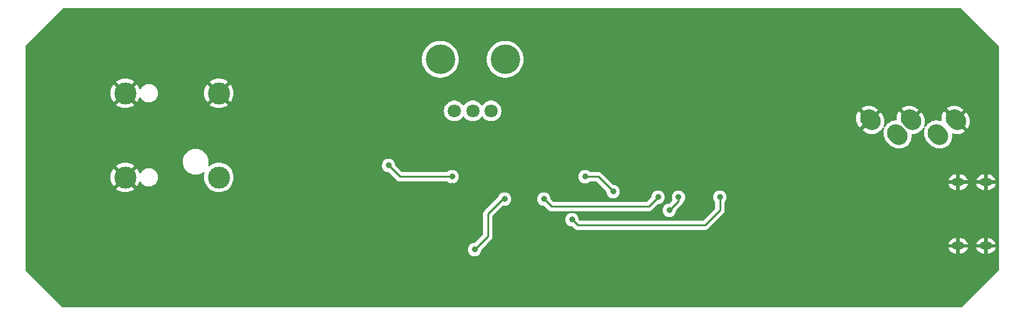
<source format=gbl>
G04 #@! TF.GenerationSoftware,KiCad,Pcbnew,8.0.2*
G04 #@! TF.CreationDate,2024-08-20T22:37:26-04:00*
G04 #@! TF.ProjectId,plugnslay,706c7567-6e73-46c6-9179-2e6b69636164,rev?*
G04 #@! TF.SameCoordinates,Original*
G04 #@! TF.FileFunction,Copper,L2,Bot*
G04 #@! TF.FilePolarity,Positive*
%FSLAX46Y46*%
G04 Gerber Fmt 4.6, Leading zero omitted, Abs format (unit mm)*
G04 Created by KiCad (PCBNEW 8.0.2) date 2024-08-20 22:37:26*
%MOMM*%
%LPD*%
G01*
G04 APERTURE LIST*
G04 Aperture macros list*
%AMHorizOval*
0 Thick line with rounded ends*
0 $1 width*
0 $2 $3 position (X,Y) of the first rounded end (center of the circle)*
0 $4 $5 position (X,Y) of the second rounded end (center of the circle)*
0 Add line between two ends*
20,1,$1,$2,$3,$4,$5,0*
0 Add two circle primitives to create the rounded ends*
1,1,$1,$2,$3*
1,1,$1,$4,$5*%
G04 Aperture macros list end*
G04 #@! TA.AperFunction,ComponentPad*
%ADD10O,1.700000X1.100000*%
G04 #@! TD*
G04 #@! TA.AperFunction,ComponentPad*
%ADD11C,3.000000*%
G04 #@! TD*
G04 #@! TA.AperFunction,ComponentPad*
%ADD12HorizOval,2.400000X0.212132X-0.212132X-0.212132X0.212132X0*%
G04 #@! TD*
G04 #@! TA.AperFunction,WasherPad*
%ADD13C,4.000000*%
G04 #@! TD*
G04 #@! TA.AperFunction,ComponentPad*
%ADD14C,1.800000*%
G04 #@! TD*
G04 #@! TA.AperFunction,ViaPad*
%ADD15C,0.800000*%
G04 #@! TD*
G04 #@! TA.AperFunction,Conductor*
%ADD16C,0.250000*%
G04 #@! TD*
G04 APERTURE END LIST*
D10*
X200200000Y-116080000D03*
X204000000Y-116080000D03*
X200200000Y-107440000D03*
X204000000Y-107440000D03*
D11*
X87224000Y-106778000D03*
X87224000Y-95348000D03*
X99924000Y-106778000D03*
X99924000Y-95348000D03*
D12*
X191998000Y-100960000D03*
X193798000Y-98960000D03*
X199898000Y-98960000D03*
X197498000Y-100960000D03*
X188298000Y-98960000D03*
D13*
X129966000Y-90744000D03*
X138766000Y-90744000D03*
D14*
X136866000Y-97744000D03*
X134366000Y-97744000D03*
X131866000Y-97744000D03*
D15*
X134620000Y-113792000D03*
X129794000Y-101092000D03*
X167626153Y-102820847D03*
X122936000Y-111252000D03*
X184150000Y-114554000D03*
X134620000Y-110744000D03*
X147828000Y-109474000D03*
X196596000Y-116332000D03*
X112014000Y-100838000D03*
X142240000Y-112522000D03*
X118872000Y-111252000D03*
X131572000Y-107950000D03*
X134620000Y-122174000D03*
X160020000Y-119380000D03*
X134620000Y-119380000D03*
X184150000Y-117856000D03*
X164084000Y-112014000D03*
X170434000Y-102844000D03*
X164338000Y-120904000D03*
X122936000Y-114046000D03*
X131572000Y-106680000D03*
X122936000Y-105156000D03*
X138684000Y-109728000D03*
X134620000Y-116586000D03*
X153416000Y-108712000D03*
X149606000Y-106680000D03*
X162280000Y-109474000D03*
X161036000Y-111252000D03*
X159512000Y-109474000D03*
X144018000Y-109728000D03*
X147828000Y-112522000D03*
X167894000Y-109474000D03*
D16*
X124460000Y-106680000D02*
X122936000Y-105156000D01*
X131572000Y-106680000D02*
X124460000Y-106680000D01*
X136398000Y-111760000D02*
X136398000Y-114808000D01*
X136398000Y-114808000D02*
X134620000Y-116586000D01*
X138684000Y-109728000D02*
X138430000Y-109728000D01*
X138430000Y-109728000D02*
X136398000Y-111760000D01*
X151384000Y-106680000D02*
X153416000Y-108712000D01*
X149606000Y-106680000D02*
X151384000Y-106680000D01*
X162280000Y-110008000D02*
X162280000Y-109474000D01*
X161036000Y-111252000D02*
X162280000Y-110008000D01*
X145034000Y-110744000D02*
X144018000Y-109728000D01*
X159512000Y-109474000D02*
X158242000Y-110744000D01*
X158242000Y-110744000D02*
X145034000Y-110744000D01*
X167894000Y-109474000D02*
X167894000Y-111252000D01*
X148590000Y-113284000D02*
X147828000Y-112522000D01*
X165862000Y-113284000D02*
X148590000Y-113284000D01*
X167894000Y-111252000D02*
X165862000Y-113284000D01*
G04 #@! TA.AperFunction,Conductor*
G36*
X200675677Y-83839685D02*
G01*
X200696319Y-83856319D01*
X205703681Y-88863681D01*
X205737166Y-88925004D01*
X205740000Y-88951362D01*
X205740000Y-119328638D01*
X205720315Y-119395677D01*
X205703681Y-119416319D01*
X200696319Y-124423681D01*
X200634996Y-124457166D01*
X200608638Y-124460000D01*
X78791362Y-124460000D01*
X78724323Y-124440315D01*
X78703681Y-124423681D01*
X73696319Y-119416319D01*
X73662834Y-119354996D01*
X73660000Y-119328638D01*
X73660000Y-116586000D01*
X133714540Y-116586000D01*
X133734326Y-116774256D01*
X133734327Y-116774259D01*
X133792818Y-116954277D01*
X133792821Y-116954284D01*
X133887467Y-117118216D01*
X134014129Y-117258888D01*
X134167265Y-117370148D01*
X134167270Y-117370151D01*
X134340192Y-117447142D01*
X134340197Y-117447144D01*
X134525354Y-117486500D01*
X134525355Y-117486500D01*
X134714644Y-117486500D01*
X134714646Y-117486500D01*
X134899803Y-117447144D01*
X135072730Y-117370151D01*
X135225871Y-117258888D01*
X135352533Y-117118216D01*
X135447179Y-116954284D01*
X135505674Y-116774256D01*
X135523321Y-116606344D01*
X135549904Y-116541734D01*
X135558951Y-116531638D01*
X136260590Y-115830000D01*
X198879157Y-115830000D01*
X199733012Y-115830000D01*
X199715795Y-115839940D01*
X199659940Y-115895795D01*
X199620444Y-115964204D01*
X199600000Y-116040504D01*
X199600000Y-116119496D01*
X199620444Y-116195796D01*
X199659940Y-116264205D01*
X199715795Y-116320060D01*
X199733012Y-116330000D01*
X198879157Y-116330000D01*
X198890350Y-116386274D01*
X198890351Y-116386276D01*
X198969500Y-116577358D01*
X198969505Y-116577368D01*
X199084410Y-116749335D01*
X199084413Y-116749339D01*
X199230660Y-116895586D01*
X199230664Y-116895589D01*
X199402631Y-117010494D01*
X199402641Y-117010499D01*
X199593725Y-117089649D01*
X199593733Y-117089651D01*
X199796579Y-117129999D01*
X199796583Y-117130000D01*
X199950000Y-117130000D01*
X199950000Y-116380000D01*
X200450000Y-116380000D01*
X200450000Y-117130000D01*
X200603417Y-117130000D01*
X200603420Y-117129999D01*
X200806266Y-117089651D01*
X200806274Y-117089649D01*
X200997358Y-117010499D01*
X200997368Y-117010494D01*
X201169335Y-116895589D01*
X201169339Y-116895586D01*
X201315586Y-116749339D01*
X201315589Y-116749335D01*
X201430494Y-116577368D01*
X201430499Y-116577358D01*
X201509648Y-116386276D01*
X201509649Y-116386274D01*
X201520843Y-116330000D01*
X200666988Y-116330000D01*
X200684205Y-116320060D01*
X200740060Y-116264205D01*
X200779556Y-116195796D01*
X200800000Y-116119496D01*
X200800000Y-116040504D01*
X200779556Y-115964204D01*
X200740060Y-115895795D01*
X200684205Y-115839940D01*
X200666988Y-115830000D01*
X201520843Y-115830000D01*
X202679157Y-115830000D01*
X203533012Y-115830000D01*
X203515795Y-115839940D01*
X203459940Y-115895795D01*
X203420444Y-115964204D01*
X203400000Y-116040504D01*
X203400000Y-116119496D01*
X203420444Y-116195796D01*
X203459940Y-116264205D01*
X203515795Y-116320060D01*
X203533012Y-116330000D01*
X202679157Y-116330000D01*
X202690350Y-116386274D01*
X202690351Y-116386276D01*
X202769500Y-116577358D01*
X202769505Y-116577368D01*
X202884410Y-116749335D01*
X202884413Y-116749339D01*
X203030660Y-116895586D01*
X203030664Y-116895589D01*
X203202631Y-117010494D01*
X203202641Y-117010499D01*
X203393725Y-117089649D01*
X203393733Y-117089651D01*
X203596579Y-117129999D01*
X203596583Y-117130000D01*
X203750000Y-117130000D01*
X203750000Y-116380000D01*
X204250000Y-116380000D01*
X204250000Y-117130000D01*
X204403417Y-117130000D01*
X204403420Y-117129999D01*
X204606266Y-117089651D01*
X204606274Y-117089649D01*
X204797358Y-117010499D01*
X204797368Y-117010494D01*
X204969335Y-116895589D01*
X204969339Y-116895586D01*
X205115586Y-116749339D01*
X205115589Y-116749335D01*
X205230494Y-116577368D01*
X205230499Y-116577358D01*
X205309648Y-116386276D01*
X205309649Y-116386274D01*
X205320843Y-116330000D01*
X204466988Y-116330000D01*
X204484205Y-116320060D01*
X204540060Y-116264205D01*
X204579556Y-116195796D01*
X204600000Y-116119496D01*
X204600000Y-116040504D01*
X204579556Y-115964204D01*
X204540060Y-115895795D01*
X204484205Y-115839940D01*
X204466988Y-115830000D01*
X205320843Y-115830000D01*
X205309649Y-115773725D01*
X205309648Y-115773723D01*
X205230499Y-115582641D01*
X205230494Y-115582631D01*
X205115589Y-115410664D01*
X205115586Y-115410660D01*
X204969339Y-115264413D01*
X204969335Y-115264410D01*
X204797368Y-115149505D01*
X204797358Y-115149500D01*
X204606274Y-115070350D01*
X204606266Y-115070348D01*
X204403420Y-115030000D01*
X204250000Y-115030000D01*
X204250000Y-115780000D01*
X203750000Y-115780000D01*
X203750000Y-115030000D01*
X203596579Y-115030000D01*
X203393733Y-115070348D01*
X203393725Y-115070350D01*
X203202641Y-115149500D01*
X203202631Y-115149505D01*
X203030664Y-115264410D01*
X203030660Y-115264413D01*
X202884413Y-115410660D01*
X202884410Y-115410664D01*
X202769505Y-115582631D01*
X202769500Y-115582641D01*
X202690351Y-115773723D01*
X202690350Y-115773725D01*
X202679157Y-115830000D01*
X201520843Y-115830000D01*
X201509649Y-115773725D01*
X201509648Y-115773723D01*
X201430499Y-115582641D01*
X201430494Y-115582631D01*
X201315589Y-115410664D01*
X201315586Y-115410660D01*
X201169339Y-115264413D01*
X201169335Y-115264410D01*
X200997368Y-115149505D01*
X200997358Y-115149500D01*
X200806274Y-115070350D01*
X200806266Y-115070348D01*
X200603420Y-115030000D01*
X200450000Y-115030000D01*
X200450000Y-115780000D01*
X199950000Y-115780000D01*
X199950000Y-115030000D01*
X199796579Y-115030000D01*
X199593733Y-115070348D01*
X199593725Y-115070350D01*
X199402641Y-115149500D01*
X199402631Y-115149505D01*
X199230664Y-115264410D01*
X199230660Y-115264413D01*
X199084413Y-115410660D01*
X199084410Y-115410664D01*
X198969505Y-115582631D01*
X198969500Y-115582641D01*
X198890351Y-115773723D01*
X198890350Y-115773725D01*
X198879157Y-115830000D01*
X136260590Y-115830000D01*
X136883858Y-115206733D01*
X136952312Y-115104285D01*
X136999463Y-114990451D01*
X137023500Y-114869606D01*
X137023500Y-114746393D01*
X137023500Y-112522000D01*
X146922540Y-112522000D01*
X146942326Y-112710256D01*
X146942327Y-112710259D01*
X147000818Y-112890277D01*
X147000821Y-112890284D01*
X147095467Y-113054216D01*
X147222129Y-113194888D01*
X147375265Y-113306148D01*
X147375270Y-113306151D01*
X147548192Y-113383142D01*
X147548197Y-113383144D01*
X147733354Y-113422500D01*
X147792548Y-113422500D01*
X147859587Y-113442185D01*
X147880229Y-113458819D01*
X148101016Y-113679606D01*
X148101045Y-113679637D01*
X148191264Y-113769856D01*
X148191267Y-113769858D01*
X148268190Y-113821256D01*
X148293710Y-113838309D01*
X148293712Y-113838310D01*
X148293715Y-113838312D01*
X148360396Y-113865931D01*
X148360398Y-113865933D01*
X148390129Y-113878247D01*
X148407548Y-113885463D01*
X148528394Y-113909500D01*
X148528396Y-113909500D01*
X165923607Y-113909500D01*
X165984029Y-113897481D01*
X166044452Y-113885463D01*
X166044455Y-113885461D01*
X166044458Y-113885461D01*
X166077787Y-113871654D01*
X166077786Y-113871654D01*
X166077792Y-113871652D01*
X166158286Y-113838312D01*
X166209509Y-113804084D01*
X166260733Y-113769858D01*
X166347858Y-113682733D01*
X166347859Y-113682731D01*
X166354925Y-113675665D01*
X166354928Y-113675661D01*
X168292729Y-111737860D01*
X168292733Y-111737858D01*
X168379858Y-111650733D01*
X168448311Y-111548286D01*
X168448312Y-111548285D01*
X168448313Y-111548282D01*
X168448315Y-111548279D01*
X168458672Y-111523272D01*
X168495463Y-111434451D01*
X168519500Y-111313607D01*
X168519500Y-111190393D01*
X168519500Y-110172687D01*
X168539185Y-110105648D01*
X168551350Y-110089715D01*
X168569891Y-110069122D01*
X168626533Y-110006216D01*
X168721179Y-109842284D01*
X168779674Y-109662256D01*
X168799460Y-109474000D01*
X168779674Y-109285744D01*
X168721179Y-109105716D01*
X168626533Y-108941784D01*
X168499871Y-108801112D01*
X168499870Y-108801111D01*
X168346734Y-108689851D01*
X168346729Y-108689848D01*
X168173807Y-108612857D01*
X168173802Y-108612855D01*
X168028001Y-108581865D01*
X167988646Y-108573500D01*
X167799354Y-108573500D01*
X167766897Y-108580398D01*
X167614197Y-108612855D01*
X167614192Y-108612857D01*
X167441270Y-108689848D01*
X167441265Y-108689851D01*
X167288129Y-108801111D01*
X167161466Y-108941785D01*
X167066821Y-109105715D01*
X167066818Y-109105722D01*
X167021820Y-109244214D01*
X167008326Y-109285744D01*
X166988540Y-109474000D01*
X167008326Y-109662256D01*
X167008327Y-109662259D01*
X167066818Y-109842277D01*
X167066821Y-109842284D01*
X167161467Y-110006216D01*
X167204772Y-110054310D01*
X167236650Y-110089715D01*
X167266880Y-110152706D01*
X167268500Y-110172687D01*
X167268500Y-110941548D01*
X167248815Y-111008587D01*
X167232181Y-111029229D01*
X165639229Y-112622181D01*
X165577906Y-112655666D01*
X165551548Y-112658500D01*
X148900452Y-112658500D01*
X148833413Y-112638815D01*
X148812771Y-112622181D01*
X148766960Y-112576370D01*
X148733475Y-112515047D01*
X148731323Y-112501671D01*
X148713674Y-112333744D01*
X148655179Y-112153716D01*
X148560533Y-111989784D01*
X148433871Y-111849112D01*
X148433870Y-111849111D01*
X148280734Y-111737851D01*
X148280729Y-111737848D01*
X148107807Y-111660857D01*
X148107802Y-111660855D01*
X147962001Y-111629865D01*
X147922646Y-111621500D01*
X147733354Y-111621500D01*
X147700897Y-111628398D01*
X147548197Y-111660855D01*
X147548192Y-111660857D01*
X147375270Y-111737848D01*
X147375265Y-111737851D01*
X147222129Y-111849111D01*
X147095466Y-111989785D01*
X147000821Y-112153715D01*
X147000818Y-112153722D01*
X146942327Y-112333740D01*
X146942326Y-112333744D01*
X146922540Y-112522000D01*
X137023500Y-112522000D01*
X137023500Y-112070451D01*
X137043185Y-112003412D01*
X137059814Y-111982775D01*
X138397207Y-110645381D01*
X138458528Y-110611898D01*
X138510663Y-110611774D01*
X138589354Y-110628500D01*
X138589356Y-110628500D01*
X138778644Y-110628500D01*
X138778646Y-110628500D01*
X138963803Y-110589144D01*
X139136730Y-110512151D01*
X139289871Y-110400888D01*
X139416533Y-110260216D01*
X139511179Y-110096284D01*
X139569674Y-109916256D01*
X139589460Y-109728000D01*
X143112540Y-109728000D01*
X143132326Y-109916256D01*
X143132327Y-109916259D01*
X143190818Y-110096277D01*
X143190821Y-110096284D01*
X143285467Y-110260216D01*
X143325150Y-110304288D01*
X143412129Y-110400888D01*
X143565265Y-110512148D01*
X143565270Y-110512151D01*
X143738192Y-110589142D01*
X143738197Y-110589144D01*
X143923354Y-110628500D01*
X143982548Y-110628500D01*
X144049587Y-110648185D01*
X144070229Y-110664819D01*
X144545016Y-111139606D01*
X144545045Y-111139637D01*
X144635263Y-111229855D01*
X144635269Y-111229860D01*
X144640141Y-111233115D01*
X144668401Y-111251997D01*
X144668404Y-111252001D01*
X144668405Y-111252000D01*
X144737714Y-111298312D01*
X144818207Y-111331652D01*
X144851548Y-111345463D01*
X144911971Y-111357481D01*
X144972393Y-111369500D01*
X158303607Y-111369500D01*
X158364029Y-111357481D01*
X158424452Y-111345463D01*
X158424455Y-111345461D01*
X158424458Y-111345461D01*
X158457787Y-111331654D01*
X158457786Y-111331654D01*
X158457792Y-111331652D01*
X158538286Y-111298312D01*
X158607595Y-111252000D01*
X160130540Y-111252000D01*
X160150326Y-111440256D01*
X160150327Y-111440259D01*
X160208818Y-111620277D01*
X160208821Y-111620284D01*
X160303467Y-111784216D01*
X160361899Y-111849111D01*
X160430129Y-111924888D01*
X160583265Y-112036148D01*
X160583270Y-112036151D01*
X160756192Y-112113142D01*
X160756197Y-112113144D01*
X160941354Y-112152500D01*
X160941355Y-112152500D01*
X161130644Y-112152500D01*
X161130646Y-112152500D01*
X161315803Y-112113144D01*
X161488730Y-112036151D01*
X161641871Y-111924888D01*
X161768533Y-111784216D01*
X161863179Y-111620284D01*
X161921674Y-111440256D01*
X161939321Y-111272344D01*
X161965904Y-111207734D01*
X161974950Y-111197639D01*
X162765858Y-110406733D01*
X162834312Y-110304285D01*
X162881463Y-110190451D01*
X162884683Y-110174260D01*
X162914148Y-110115481D01*
X163012533Y-110006216D01*
X163107179Y-109842284D01*
X163165674Y-109662256D01*
X163185460Y-109474000D01*
X163165674Y-109285744D01*
X163107179Y-109105716D01*
X163012533Y-108941784D01*
X162885871Y-108801112D01*
X162885870Y-108801111D01*
X162732734Y-108689851D01*
X162732729Y-108689848D01*
X162559807Y-108612857D01*
X162559802Y-108612855D01*
X162414001Y-108581865D01*
X162374646Y-108573500D01*
X162185354Y-108573500D01*
X162152897Y-108580398D01*
X162000197Y-108612855D01*
X162000192Y-108612857D01*
X161827270Y-108689848D01*
X161827265Y-108689851D01*
X161674129Y-108801111D01*
X161547466Y-108941785D01*
X161452821Y-109105715D01*
X161452818Y-109105722D01*
X161407820Y-109244214D01*
X161394326Y-109285744D01*
X161374540Y-109474000D01*
X161394326Y-109662256D01*
X161394327Y-109662259D01*
X161454829Y-109848465D01*
X161452826Y-109849115D01*
X161460809Y-109908604D01*
X161431188Y-109971884D01*
X161425925Y-109977484D01*
X161088227Y-110315182D01*
X161026906Y-110348666D01*
X161000548Y-110351500D01*
X160941354Y-110351500D01*
X160908897Y-110358398D01*
X160756197Y-110390855D01*
X160756192Y-110390857D01*
X160583270Y-110467848D01*
X160583265Y-110467851D01*
X160430129Y-110579111D01*
X160303466Y-110719785D01*
X160208821Y-110883715D01*
X160208818Y-110883722D01*
X160150327Y-111063740D01*
X160150326Y-111063744D01*
X160130540Y-111252000D01*
X158607595Y-111252000D01*
X158640733Y-111229858D01*
X158727858Y-111142733D01*
X158727859Y-111142731D01*
X158734925Y-111135665D01*
X158734927Y-111135661D01*
X159459771Y-110410819D01*
X159521094Y-110377334D01*
X159547452Y-110374500D01*
X159606644Y-110374500D01*
X159606646Y-110374500D01*
X159791803Y-110335144D01*
X159964730Y-110258151D01*
X160117871Y-110146888D01*
X160244533Y-110006216D01*
X160339179Y-109842284D01*
X160397674Y-109662256D01*
X160417460Y-109474000D01*
X160397674Y-109285744D01*
X160339179Y-109105716D01*
X160244533Y-108941784D01*
X160117871Y-108801112D01*
X160117870Y-108801111D01*
X159964734Y-108689851D01*
X159964729Y-108689848D01*
X159791807Y-108612857D01*
X159791802Y-108612855D01*
X159646001Y-108581865D01*
X159606646Y-108573500D01*
X159417354Y-108573500D01*
X159384897Y-108580398D01*
X159232197Y-108612855D01*
X159232192Y-108612857D01*
X159059270Y-108689848D01*
X159059265Y-108689851D01*
X158906129Y-108801111D01*
X158779466Y-108941785D01*
X158684821Y-109105715D01*
X158684818Y-109105722D01*
X158639820Y-109244214D01*
X158626326Y-109285744D01*
X158618552Y-109359715D01*
X158608678Y-109453651D01*
X158582093Y-109518266D01*
X158573038Y-109528370D01*
X158019229Y-110082181D01*
X157957906Y-110115666D01*
X157931548Y-110118500D01*
X145344452Y-110118500D01*
X145277413Y-110098815D01*
X145256771Y-110082181D01*
X144956960Y-109782370D01*
X144923475Y-109721047D01*
X144921323Y-109707671D01*
X144903674Y-109539744D01*
X144845179Y-109359716D01*
X144750533Y-109195784D01*
X144623871Y-109055112D01*
X144623870Y-109055111D01*
X144470734Y-108943851D01*
X144470729Y-108943848D01*
X144297807Y-108866857D01*
X144297802Y-108866855D01*
X144152001Y-108835865D01*
X144112646Y-108827500D01*
X143923354Y-108827500D01*
X143890897Y-108834398D01*
X143738197Y-108866855D01*
X143738192Y-108866857D01*
X143565270Y-108943848D01*
X143565265Y-108943851D01*
X143412129Y-109055111D01*
X143285466Y-109195785D01*
X143190821Y-109359715D01*
X143190818Y-109359722D01*
X143132327Y-109539740D01*
X143132326Y-109539744D01*
X143112540Y-109728000D01*
X139589460Y-109728000D01*
X139569674Y-109539744D01*
X139511179Y-109359716D01*
X139416533Y-109195784D01*
X139289871Y-109055112D01*
X139289870Y-109055111D01*
X139136734Y-108943851D01*
X139136729Y-108943848D01*
X138963807Y-108866857D01*
X138963802Y-108866855D01*
X138818001Y-108835865D01*
X138778646Y-108827500D01*
X138589354Y-108827500D01*
X138556897Y-108834398D01*
X138404197Y-108866855D01*
X138404192Y-108866857D01*
X138231270Y-108943848D01*
X138231265Y-108943851D01*
X138078129Y-109055111D01*
X137951466Y-109195785D01*
X137856821Y-109359715D01*
X137856817Y-109359725D01*
X137838645Y-109415651D01*
X137808396Y-109465012D01*
X135999270Y-111274139D01*
X135912144Y-111361264D01*
X135912138Y-111361272D01*
X135843690Y-111463708D01*
X135843688Y-111463713D01*
X135796540Y-111577538D01*
X135796535Y-111577554D01*
X135779966Y-111660857D01*
X135779966Y-111660858D01*
X135772500Y-111698391D01*
X135772500Y-114497547D01*
X135752815Y-114564586D01*
X135736181Y-114585228D01*
X134672229Y-115649181D01*
X134610906Y-115682666D01*
X134584548Y-115685500D01*
X134525354Y-115685500D01*
X134492897Y-115692398D01*
X134340197Y-115724855D01*
X134340192Y-115724857D01*
X134167270Y-115801848D01*
X134167265Y-115801851D01*
X134014129Y-115913111D01*
X133887466Y-116053785D01*
X133792821Y-116217715D01*
X133792818Y-116217722D01*
X133759567Y-116320060D01*
X133734326Y-116397744D01*
X133714540Y-116586000D01*
X73660000Y-116586000D01*
X73660000Y-106777998D01*
X85218891Y-106777998D01*
X85218891Y-106778001D01*
X85239300Y-107063362D01*
X85300109Y-107342895D01*
X85400091Y-107610958D01*
X85537191Y-107862038D01*
X85537196Y-107862046D01*
X85643882Y-108004561D01*
X85643883Y-108004562D01*
X86546421Y-107102024D01*
X86559359Y-107133258D01*
X86641437Y-107256097D01*
X86745903Y-107360563D01*
X86868742Y-107442641D01*
X86899974Y-107455578D01*
X85997436Y-108358115D01*
X86139960Y-108464807D01*
X86139961Y-108464808D01*
X86391042Y-108601908D01*
X86391041Y-108601908D01*
X86659104Y-108701890D01*
X86938637Y-108762699D01*
X87223999Y-108783109D01*
X87224001Y-108783109D01*
X87509362Y-108762699D01*
X87788895Y-108701890D01*
X88056958Y-108601908D01*
X88308047Y-108464803D01*
X88450561Y-108358116D01*
X88450562Y-108358115D01*
X87548025Y-107455577D01*
X87579258Y-107442641D01*
X87702097Y-107360563D01*
X87806563Y-107256097D01*
X87888641Y-107133258D01*
X87901578Y-107102025D01*
X88804115Y-108004562D01*
X88804116Y-108004561D01*
X88910803Y-107862047D01*
X89047908Y-107610957D01*
X89047910Y-107610953D01*
X89117121Y-107425391D01*
X89158992Y-107369457D01*
X89224457Y-107345040D01*
X89292730Y-107359892D01*
X89342135Y-107409297D01*
X89343787Y-107412428D01*
X89354474Y-107433402D01*
X89354476Y-107433405D01*
X89470172Y-107592646D01*
X89609354Y-107731828D01*
X89768595Y-107847524D01*
X89851455Y-107889743D01*
X89943970Y-107936882D01*
X89943972Y-107936882D01*
X89943975Y-107936884D01*
X90044317Y-107969487D01*
X90131173Y-107997709D01*
X90325578Y-108028500D01*
X90325583Y-108028500D01*
X90522422Y-108028500D01*
X90716826Y-107997709D01*
X90904025Y-107936884D01*
X91079405Y-107847524D01*
X91238646Y-107731828D01*
X91377828Y-107592646D01*
X91493524Y-107433405D01*
X91582884Y-107258025D01*
X91643709Y-107070826D01*
X91655439Y-106996767D01*
X91674500Y-106876422D01*
X91674500Y-106679577D01*
X91643709Y-106485173D01*
X91605814Y-106368546D01*
X91582884Y-106297975D01*
X91582882Y-106297972D01*
X91582882Y-106297970D01*
X91527166Y-106188622D01*
X91493524Y-106122595D01*
X91377828Y-105963354D01*
X91238646Y-105824172D01*
X91079405Y-105708476D01*
X91050370Y-105693682D01*
X90904029Y-105619117D01*
X90716826Y-105558290D01*
X90522422Y-105527500D01*
X90522417Y-105527500D01*
X90325583Y-105527500D01*
X90325578Y-105527500D01*
X90131173Y-105558290D01*
X89943970Y-105619117D01*
X89768594Y-105708476D01*
X89677741Y-105774485D01*
X89609354Y-105824172D01*
X89609352Y-105824174D01*
X89609351Y-105824174D01*
X89470174Y-105963351D01*
X89470174Y-105963352D01*
X89470172Y-105963354D01*
X89431093Y-106017142D01*
X89354474Y-106122597D01*
X89343786Y-106143573D01*
X89295811Y-106194367D01*
X89227989Y-106211161D01*
X89161855Y-106188622D01*
X89118405Y-106133906D01*
X89117121Y-106130608D01*
X89047910Y-105945046D01*
X89047908Y-105945042D01*
X88910808Y-105693961D01*
X88910807Y-105693960D01*
X88804115Y-105551436D01*
X87901577Y-106453973D01*
X87888641Y-106422742D01*
X87806563Y-106299903D01*
X87702097Y-106195437D01*
X87579258Y-106113359D01*
X87548024Y-106100421D01*
X88450562Y-105197883D01*
X88450561Y-105197882D01*
X88308046Y-105091196D01*
X88308038Y-105091191D01*
X88056957Y-104954091D01*
X88056958Y-104954091D01*
X87788895Y-104854109D01*
X87509362Y-104793300D01*
X87224001Y-104772891D01*
X87223999Y-104772891D01*
X86938637Y-104793300D01*
X86659104Y-104854109D01*
X86391041Y-104954091D01*
X86139961Y-105091191D01*
X86139953Y-105091196D01*
X85997437Y-105197882D01*
X85997436Y-105197883D01*
X86899975Y-106100421D01*
X86868742Y-106113359D01*
X86745903Y-106195437D01*
X86641437Y-106299903D01*
X86559359Y-106422742D01*
X86546421Y-106453974D01*
X85643883Y-105551436D01*
X85643882Y-105551437D01*
X85537196Y-105693953D01*
X85537191Y-105693961D01*
X85400091Y-105945041D01*
X85300109Y-106213104D01*
X85239300Y-106492637D01*
X85218891Y-106777998D01*
X73660000Y-106777998D01*
X73660000Y-104533258D01*
X95023500Y-104533258D01*
X95023500Y-104762741D01*
X95048446Y-104952215D01*
X95053452Y-104990238D01*
X95092414Y-105135649D01*
X95112842Y-105211887D01*
X95200650Y-105423876D01*
X95200657Y-105423890D01*
X95315392Y-105622617D01*
X95455081Y-105804661D01*
X95455089Y-105804670D01*
X95617330Y-105966911D01*
X95617338Y-105966918D01*
X95799382Y-106106607D01*
X95799385Y-106106608D01*
X95799388Y-106106611D01*
X95998112Y-106221344D01*
X95998117Y-106221346D01*
X95998123Y-106221349D01*
X96089480Y-106259190D01*
X96210113Y-106309158D01*
X96431762Y-106368548D01*
X96659266Y-106398500D01*
X96659273Y-106398500D01*
X96888727Y-106398500D01*
X96888734Y-106398500D01*
X97116238Y-106368548D01*
X97337887Y-106309158D01*
X97549888Y-106221344D01*
X97748612Y-106106611D01*
X97813282Y-106056987D01*
X97878447Y-106031794D01*
X97946892Y-106045831D01*
X97996882Y-106094645D01*
X98012547Y-106162736D01*
X98004950Y-106198692D01*
X97999629Y-106212959D01*
X97938804Y-106492566D01*
X97918390Y-106777998D01*
X97918390Y-106778001D01*
X97938804Y-107063433D01*
X97999628Y-107343037D01*
X97999630Y-107343043D01*
X97999631Y-107343046D01*
X98099557Y-107610957D01*
X98099635Y-107611166D01*
X98236770Y-107862309D01*
X98236775Y-107862317D01*
X98408254Y-108091387D01*
X98408270Y-108091405D01*
X98610594Y-108293729D01*
X98610612Y-108293745D01*
X98839682Y-108465224D01*
X98839690Y-108465229D01*
X99090833Y-108602364D01*
X99090832Y-108602364D01*
X99090836Y-108602365D01*
X99090839Y-108602367D01*
X99358954Y-108702369D01*
X99358960Y-108702370D01*
X99358962Y-108702371D01*
X99638566Y-108763195D01*
X99638568Y-108763195D01*
X99638572Y-108763196D01*
X99892220Y-108781337D01*
X99923999Y-108783610D01*
X99924000Y-108783610D01*
X99924001Y-108783610D01*
X99952595Y-108781564D01*
X100209428Y-108763196D01*
X100489046Y-108702369D01*
X100757161Y-108602367D01*
X101008315Y-108465226D01*
X101237395Y-108293739D01*
X101439739Y-108091395D01*
X101611226Y-107862315D01*
X101748367Y-107611161D01*
X101848369Y-107343046D01*
X101893904Y-107133723D01*
X101909195Y-107063433D01*
X101909195Y-107063432D01*
X101909196Y-107063428D01*
X101929610Y-106778000D01*
X101909196Y-106492572D01*
X101907586Y-106485173D01*
X101848371Y-106212962D01*
X101848370Y-106212959D01*
X101848369Y-106212954D01*
X101748367Y-105944839D01*
X101721617Y-105895851D01*
X101611229Y-105693690D01*
X101611224Y-105693682D01*
X101439745Y-105464612D01*
X101439729Y-105464594D01*
X101237405Y-105262270D01*
X101237387Y-105262254D01*
X101095448Y-105156000D01*
X122030540Y-105156000D01*
X122050326Y-105344256D01*
X122050327Y-105344259D01*
X122108818Y-105524277D01*
X122108821Y-105524284D01*
X122203467Y-105688216D01*
X122330129Y-105828888D01*
X122483265Y-105940148D01*
X122483270Y-105940151D01*
X122656192Y-106017142D01*
X122656197Y-106017144D01*
X122841354Y-106056500D01*
X122900548Y-106056500D01*
X122967587Y-106076185D01*
X122988229Y-106092819D01*
X124061262Y-107165854D01*
X124061265Y-107165857D01*
X124097398Y-107190000D01*
X124163714Y-107234311D01*
X124277548Y-107281463D01*
X124398388Y-107305499D01*
X124398392Y-107305500D01*
X124398393Y-107305500D01*
X124398394Y-107305500D01*
X130868252Y-107305500D01*
X130935291Y-107325185D01*
X130960400Y-107346526D01*
X130966126Y-107352885D01*
X130966130Y-107352889D01*
X131119265Y-107464148D01*
X131119270Y-107464151D01*
X131292192Y-107541142D01*
X131292197Y-107541144D01*
X131477354Y-107580500D01*
X131477355Y-107580500D01*
X131666644Y-107580500D01*
X131666646Y-107580500D01*
X131851803Y-107541144D01*
X132024730Y-107464151D01*
X132177871Y-107352888D01*
X132304533Y-107212216D01*
X132399179Y-107048284D01*
X132457674Y-106868256D01*
X132477460Y-106680000D01*
X148700540Y-106680000D01*
X148720326Y-106868256D01*
X148720327Y-106868259D01*
X148778818Y-107048277D01*
X148778821Y-107048284D01*
X148873467Y-107212216D01*
X148974302Y-107324204D01*
X149000129Y-107352888D01*
X149153265Y-107464148D01*
X149153270Y-107464151D01*
X149326192Y-107541142D01*
X149326197Y-107541144D01*
X149511354Y-107580500D01*
X149511355Y-107580500D01*
X149700644Y-107580500D01*
X149700646Y-107580500D01*
X149885803Y-107541144D01*
X150058730Y-107464151D01*
X150211871Y-107352888D01*
X150214788Y-107349647D01*
X150217600Y-107346526D01*
X150277087Y-107309879D01*
X150309748Y-107305500D01*
X151073548Y-107305500D01*
X151140587Y-107325185D01*
X151161229Y-107341819D01*
X152477038Y-108657628D01*
X152510523Y-108718951D01*
X152512678Y-108732347D01*
X152518014Y-108783109D01*
X152530326Y-108900256D01*
X152530327Y-108900259D01*
X152588818Y-109080277D01*
X152588821Y-109080284D01*
X152683467Y-109244216D01*
X152787472Y-109359725D01*
X152810129Y-109384888D01*
X152963265Y-109496148D01*
X152963270Y-109496151D01*
X153136192Y-109573142D01*
X153136197Y-109573144D01*
X153321354Y-109612500D01*
X153321355Y-109612500D01*
X153510644Y-109612500D01*
X153510646Y-109612500D01*
X153695803Y-109573144D01*
X153868730Y-109496151D01*
X154021871Y-109384888D01*
X154148533Y-109244216D01*
X154243179Y-109080284D01*
X154301674Y-108900256D01*
X154321460Y-108712000D01*
X154301674Y-108523744D01*
X154243179Y-108343716D01*
X154148533Y-108179784D01*
X154021871Y-108039112D01*
X153974317Y-108004562D01*
X153868734Y-107927851D01*
X153868729Y-107927848D01*
X153695807Y-107850857D01*
X153695802Y-107850855D01*
X153550001Y-107819865D01*
X153510646Y-107811500D01*
X153510645Y-107811500D01*
X153451452Y-107811500D01*
X153384413Y-107791815D01*
X153363771Y-107775181D01*
X152778590Y-107190000D01*
X198879157Y-107190000D01*
X199733012Y-107190000D01*
X199715795Y-107199940D01*
X199659940Y-107255795D01*
X199620444Y-107324204D01*
X199600000Y-107400504D01*
X199600000Y-107479496D01*
X199620444Y-107555796D01*
X199659940Y-107624205D01*
X199715795Y-107680060D01*
X199733012Y-107690000D01*
X198879157Y-107690000D01*
X198890350Y-107746274D01*
X198890351Y-107746276D01*
X198969500Y-107937358D01*
X198969505Y-107937368D01*
X199084410Y-108109335D01*
X199084413Y-108109339D01*
X199230660Y-108255586D01*
X199230664Y-108255589D01*
X199402631Y-108370494D01*
X199402641Y-108370499D01*
X199593725Y-108449649D01*
X199593733Y-108449651D01*
X199796579Y-108489999D01*
X199796583Y-108490000D01*
X199950000Y-108490000D01*
X199950000Y-107740000D01*
X200450000Y-107740000D01*
X200450000Y-108490000D01*
X200603417Y-108490000D01*
X200603420Y-108489999D01*
X200806266Y-108449651D01*
X200806274Y-108449649D01*
X200997358Y-108370499D01*
X200997368Y-108370494D01*
X201169335Y-108255589D01*
X201169339Y-108255586D01*
X201315586Y-108109339D01*
X201315589Y-108109335D01*
X201430494Y-107937368D01*
X201430499Y-107937358D01*
X201509648Y-107746276D01*
X201509649Y-107746274D01*
X201520843Y-107690000D01*
X200666988Y-107690000D01*
X200684205Y-107680060D01*
X200740060Y-107624205D01*
X200779556Y-107555796D01*
X200800000Y-107479496D01*
X200800000Y-107400504D01*
X200779556Y-107324204D01*
X200740060Y-107255795D01*
X200684205Y-107199940D01*
X200666988Y-107190000D01*
X201520843Y-107190000D01*
X202679157Y-107190000D01*
X203533012Y-107190000D01*
X203515795Y-107199940D01*
X203459940Y-107255795D01*
X203420444Y-107324204D01*
X203400000Y-107400504D01*
X203400000Y-107479496D01*
X203420444Y-107555796D01*
X203459940Y-107624205D01*
X203515795Y-107680060D01*
X203533012Y-107690000D01*
X202679157Y-107690000D01*
X202690350Y-107746274D01*
X202690351Y-107746276D01*
X202769500Y-107937358D01*
X202769505Y-107937368D01*
X202884410Y-108109335D01*
X202884413Y-108109339D01*
X203030660Y-108255586D01*
X203030664Y-108255589D01*
X203202631Y-108370494D01*
X203202641Y-108370499D01*
X203393725Y-108449649D01*
X203393733Y-108449651D01*
X203596579Y-108489999D01*
X203596583Y-108490000D01*
X203750000Y-108490000D01*
X203750000Y-107740000D01*
X204250000Y-107740000D01*
X204250000Y-108490000D01*
X204403417Y-108490000D01*
X204403420Y-108489999D01*
X204606266Y-108449651D01*
X204606274Y-108449649D01*
X204797358Y-108370499D01*
X204797368Y-108370494D01*
X204969335Y-108255589D01*
X204969339Y-108255586D01*
X205115586Y-108109339D01*
X205115589Y-108109335D01*
X205230494Y-107937368D01*
X205230499Y-107937358D01*
X205309648Y-107746276D01*
X205309649Y-107746274D01*
X205320843Y-107690000D01*
X204466988Y-107690000D01*
X204484205Y-107680060D01*
X204540060Y-107624205D01*
X204579556Y-107555796D01*
X204600000Y-107479496D01*
X204600000Y-107400504D01*
X204579556Y-107324204D01*
X204540060Y-107255795D01*
X204484205Y-107199940D01*
X204466988Y-107190000D01*
X205320843Y-107190000D01*
X205309649Y-107133725D01*
X205309648Y-107133723D01*
X205230499Y-106942641D01*
X205230494Y-106942631D01*
X205115589Y-106770664D01*
X205115586Y-106770660D01*
X204969339Y-106624413D01*
X204969335Y-106624410D01*
X204797368Y-106509505D01*
X204797358Y-106509500D01*
X204606274Y-106430350D01*
X204606266Y-106430348D01*
X204403420Y-106390000D01*
X204250000Y-106390000D01*
X204250000Y-107140000D01*
X203750000Y-107140000D01*
X203750000Y-106390000D01*
X203596579Y-106390000D01*
X203393733Y-106430348D01*
X203393725Y-106430350D01*
X203202641Y-106509500D01*
X203202631Y-106509505D01*
X203030664Y-106624410D01*
X203030660Y-106624413D01*
X202884413Y-106770660D01*
X202884410Y-106770664D01*
X202769505Y-106942631D01*
X202769500Y-106942641D01*
X202690351Y-107133723D01*
X202690350Y-107133725D01*
X202679157Y-107190000D01*
X201520843Y-107190000D01*
X201509649Y-107133725D01*
X201509648Y-107133723D01*
X201430499Y-106942641D01*
X201430494Y-106942631D01*
X201315589Y-106770664D01*
X201315586Y-106770660D01*
X201169339Y-106624413D01*
X201169335Y-106624410D01*
X200997368Y-106509505D01*
X200997358Y-106509500D01*
X200806274Y-106430350D01*
X200806266Y-106430348D01*
X200603420Y-106390000D01*
X200450000Y-106390000D01*
X200450000Y-107140000D01*
X199950000Y-107140000D01*
X199950000Y-106390000D01*
X199796579Y-106390000D01*
X199593733Y-106430348D01*
X199593725Y-106430350D01*
X199402641Y-106509500D01*
X199402631Y-106509505D01*
X199230664Y-106624410D01*
X199230660Y-106624413D01*
X199084413Y-106770660D01*
X199084410Y-106770664D01*
X198969505Y-106942631D01*
X198969500Y-106942641D01*
X198890351Y-107133723D01*
X198890350Y-107133725D01*
X198879157Y-107190000D01*
X152778590Y-107190000D01*
X151874198Y-106285608D01*
X151874178Y-106285586D01*
X151782733Y-106194141D01*
X151731509Y-106159915D01*
X151680286Y-106125688D01*
X151680283Y-106125686D01*
X151680280Y-106125685D01*
X151599792Y-106092347D01*
X151566453Y-106078537D01*
X151554628Y-106076185D01*
X151506029Y-106066518D01*
X151445610Y-106054500D01*
X151445607Y-106054500D01*
X151445606Y-106054500D01*
X150309748Y-106054500D01*
X150242709Y-106034815D01*
X150217600Y-106013474D01*
X150211873Y-106007114D01*
X150211869Y-106007110D01*
X150058734Y-105895851D01*
X150058729Y-105895848D01*
X149885807Y-105818857D01*
X149885802Y-105818855D01*
X149740001Y-105787865D01*
X149700646Y-105779500D01*
X149511354Y-105779500D01*
X149478897Y-105786398D01*
X149326197Y-105818855D01*
X149326192Y-105818857D01*
X149153270Y-105895848D01*
X149153265Y-105895851D01*
X149000129Y-106007111D01*
X148873466Y-106147785D01*
X148778821Y-106311715D01*
X148778818Y-106311722D01*
X148720327Y-106491740D01*
X148720326Y-106491744D01*
X148700540Y-106680000D01*
X132477460Y-106680000D01*
X132457674Y-106491744D01*
X132399179Y-106311716D01*
X132304533Y-106147784D01*
X132177871Y-106007112D01*
X132177870Y-106007111D01*
X132024734Y-105895851D01*
X132024729Y-105895848D01*
X131851807Y-105818857D01*
X131851802Y-105818855D01*
X131706001Y-105787865D01*
X131666646Y-105779500D01*
X131477354Y-105779500D01*
X131444897Y-105786398D01*
X131292197Y-105818855D01*
X131292192Y-105818857D01*
X131119270Y-105895848D01*
X131119265Y-105895851D01*
X130966130Y-106007110D01*
X130966126Y-106007114D01*
X130960400Y-106013474D01*
X130900913Y-106050121D01*
X130868252Y-106054500D01*
X124770453Y-106054500D01*
X124703414Y-106034815D01*
X124682772Y-106018181D01*
X123874960Y-105210369D01*
X123841475Y-105149046D01*
X123839323Y-105135668D01*
X123821674Y-104967744D01*
X123763179Y-104787716D01*
X123668533Y-104623784D01*
X123541871Y-104483112D01*
X123541870Y-104483111D01*
X123388734Y-104371851D01*
X123388729Y-104371848D01*
X123215807Y-104294857D01*
X123215802Y-104294855D01*
X123070001Y-104263865D01*
X123030646Y-104255500D01*
X122841354Y-104255500D01*
X122808897Y-104262398D01*
X122656197Y-104294855D01*
X122656192Y-104294857D01*
X122483270Y-104371848D01*
X122483265Y-104371851D01*
X122330129Y-104483111D01*
X122203466Y-104623785D01*
X122108821Y-104787715D01*
X122108818Y-104787722D01*
X122087248Y-104854109D01*
X122050326Y-104967744D01*
X122030540Y-105156000D01*
X101095448Y-105156000D01*
X101008317Y-105090775D01*
X101008309Y-105090770D01*
X100757166Y-104953635D01*
X100757167Y-104953635D01*
X100649915Y-104913632D01*
X100489046Y-104853631D01*
X100489043Y-104853630D01*
X100489037Y-104853628D01*
X100209433Y-104792804D01*
X99924001Y-104772390D01*
X99923999Y-104772390D01*
X99638566Y-104792804D01*
X99358962Y-104853628D01*
X99090833Y-104953635D01*
X98839690Y-105090770D01*
X98661063Y-105224488D01*
X98595598Y-105248904D01*
X98527326Y-105234052D01*
X98477920Y-105184646D01*
X98463069Y-105116373D01*
X98466975Y-105093141D01*
X98494548Y-104990238D01*
X98524500Y-104762734D01*
X98524500Y-104533266D01*
X98494548Y-104305762D01*
X98435158Y-104084113D01*
X98347344Y-103872112D01*
X98232611Y-103673388D01*
X98232608Y-103673385D01*
X98232607Y-103673382D01*
X98092918Y-103491338D01*
X98092911Y-103491330D01*
X97930670Y-103329089D01*
X97930661Y-103329081D01*
X97748617Y-103189392D01*
X97549890Y-103074657D01*
X97549876Y-103074650D01*
X97337887Y-102986842D01*
X97116238Y-102927452D01*
X97078215Y-102922446D01*
X96888741Y-102897500D01*
X96888734Y-102897500D01*
X96659266Y-102897500D01*
X96659258Y-102897500D01*
X96442715Y-102926009D01*
X96431762Y-102927452D01*
X96338076Y-102952554D01*
X96210112Y-102986842D01*
X95998123Y-103074650D01*
X95998109Y-103074657D01*
X95799382Y-103189392D01*
X95617338Y-103329081D01*
X95455081Y-103491338D01*
X95315392Y-103673382D01*
X95200657Y-103872109D01*
X95200650Y-103872123D01*
X95112842Y-104084112D01*
X95112842Y-104084113D01*
X95056375Y-104294855D01*
X95053453Y-104305759D01*
X95053451Y-104305770D01*
X95023500Y-104533258D01*
X73660000Y-104533258D01*
X73660000Y-97743993D01*
X130460700Y-97743993D01*
X130460700Y-97744006D01*
X130479864Y-97975297D01*
X130479866Y-97975308D01*
X130536842Y-98200300D01*
X130630075Y-98412848D01*
X130757016Y-98607147D01*
X130757019Y-98607151D01*
X130757021Y-98607153D01*
X130914216Y-98777913D01*
X130914219Y-98777915D01*
X130914222Y-98777918D01*
X131097365Y-98920464D01*
X131097371Y-98920468D01*
X131097374Y-98920470D01*
X131170419Y-98960000D01*
X131296947Y-99028474D01*
X131301497Y-99030936D01*
X131381762Y-99058491D01*
X131521015Y-99106297D01*
X131521017Y-99106297D01*
X131521019Y-99106298D01*
X131749951Y-99144500D01*
X131749952Y-99144500D01*
X131982048Y-99144500D01*
X131982049Y-99144500D01*
X132210981Y-99106298D01*
X132430503Y-99030936D01*
X132634626Y-98920470D01*
X132817784Y-98777913D01*
X132974979Y-98607153D01*
X133012191Y-98550196D01*
X133065337Y-98504839D01*
X133134569Y-98495415D01*
X133197904Y-98524917D01*
X133219809Y-98550196D01*
X133257016Y-98607147D01*
X133257019Y-98607151D01*
X133257021Y-98607153D01*
X133414216Y-98777913D01*
X133414219Y-98777915D01*
X133414222Y-98777918D01*
X133597365Y-98920464D01*
X133597371Y-98920468D01*
X133597374Y-98920470D01*
X133670419Y-98960000D01*
X133796947Y-99028474D01*
X133801497Y-99030936D01*
X133881762Y-99058491D01*
X134021015Y-99106297D01*
X134021017Y-99106297D01*
X134021019Y-99106298D01*
X134249951Y-99144500D01*
X134249952Y-99144500D01*
X134482048Y-99144500D01*
X134482049Y-99144500D01*
X134710981Y-99106298D01*
X134930503Y-99030936D01*
X135134626Y-98920470D01*
X135317784Y-98777913D01*
X135474979Y-98607153D01*
X135512191Y-98550196D01*
X135565337Y-98504839D01*
X135634569Y-98495415D01*
X135697904Y-98524917D01*
X135719809Y-98550196D01*
X135757016Y-98607147D01*
X135757019Y-98607151D01*
X135757021Y-98607153D01*
X135914216Y-98777913D01*
X135914219Y-98777915D01*
X135914222Y-98777918D01*
X136097365Y-98920464D01*
X136097371Y-98920468D01*
X136097374Y-98920470D01*
X136170419Y-98960000D01*
X136296947Y-99028474D01*
X136301497Y-99030936D01*
X136381762Y-99058491D01*
X136521015Y-99106297D01*
X136521017Y-99106297D01*
X136521019Y-99106298D01*
X136749951Y-99144500D01*
X136749952Y-99144500D01*
X136982048Y-99144500D01*
X136982049Y-99144500D01*
X137210981Y-99106298D01*
X137430503Y-99030936D01*
X137634626Y-98920470D01*
X137817784Y-98777913D01*
X137948016Y-98636443D01*
X186385868Y-98636443D01*
X186385868Y-98859292D01*
X186414954Y-99080230D01*
X186472635Y-99295495D01*
X186557907Y-99501363D01*
X186557912Y-99501372D01*
X186669337Y-99694363D01*
X186669343Y-99694372D01*
X186804995Y-99871158D01*
X186919142Y-99985304D01*
X187435426Y-99469020D01*
X187521249Y-99597463D01*
X187660537Y-99736751D01*
X187788978Y-99822573D01*
X187272695Y-100338857D01*
X187386838Y-100453001D01*
X187563625Y-100588656D01*
X187563642Y-100588667D01*
X187756625Y-100700086D01*
X187756639Y-100700093D01*
X187962505Y-100785364D01*
X188177769Y-100843045D01*
X188398707Y-100872132D01*
X188621557Y-100872132D01*
X188842494Y-100843045D01*
X189057759Y-100785364D01*
X189263624Y-100700093D01*
X189263638Y-100700086D01*
X189456621Y-100588667D01*
X189456638Y-100588656D01*
X189633425Y-100453001D01*
X189633434Y-100452994D01*
X189790994Y-100295434D01*
X189791001Y-100295425D01*
X189926656Y-100118638D01*
X189926664Y-100118626D01*
X189968955Y-100045376D01*
X190019522Y-99997160D01*
X190088129Y-99983936D01*
X190152994Y-100009904D01*
X190193523Y-100066818D01*
X190196848Y-100136608D01*
X190190905Y-100154827D01*
X190172158Y-100200087D01*
X190146613Y-100295425D01*
X190114464Y-100415406D01*
X190085367Y-100636404D01*
X190085367Y-100859331D01*
X190105510Y-101012319D01*
X190114464Y-101080331D01*
X190168928Y-101283595D01*
X190172158Y-101295648D01*
X190172161Y-101295658D01*
X190257461Y-101501590D01*
X190257463Y-101501594D01*
X190368920Y-101694642D01*
X190368925Y-101694648D01*
X190368926Y-101694650D01*
X190504619Y-101871489D01*
X190504625Y-101871496D01*
X191086503Y-102453374D01*
X191086509Y-102453379D01*
X191263358Y-102589080D01*
X191456406Y-102700537D01*
X191662351Y-102785842D01*
X191877669Y-102843536D01*
X192098676Y-102872633D01*
X192098683Y-102872633D01*
X192321581Y-102872633D01*
X192321588Y-102872633D01*
X192542595Y-102843536D01*
X192757913Y-102785842D01*
X192963858Y-102700537D01*
X193156906Y-102589080D01*
X193333755Y-102453379D01*
X193491379Y-102295755D01*
X193627080Y-102118906D01*
X193738537Y-101925858D01*
X193823842Y-101719913D01*
X193881536Y-101504595D01*
X193910633Y-101283588D01*
X193910633Y-101060676D01*
X193904266Y-101012317D01*
X193915031Y-100943283D01*
X193961410Y-100891027D01*
X194027205Y-100872132D01*
X194121557Y-100872132D01*
X194342494Y-100843045D01*
X194557759Y-100785364D01*
X194763624Y-100700093D01*
X194763638Y-100700086D01*
X194956621Y-100588667D01*
X194956638Y-100588656D01*
X195133425Y-100453001D01*
X195133434Y-100452994D01*
X195290994Y-100295434D01*
X195291001Y-100295425D01*
X195426656Y-100118638D01*
X195426664Y-100118626D01*
X195468955Y-100045376D01*
X195519522Y-99997160D01*
X195588129Y-99983936D01*
X195652994Y-100009904D01*
X195693523Y-100066818D01*
X195696848Y-100136608D01*
X195690905Y-100154827D01*
X195672158Y-100200087D01*
X195646613Y-100295425D01*
X195614464Y-100415406D01*
X195585367Y-100636404D01*
X195585367Y-100859331D01*
X195605510Y-101012319D01*
X195614464Y-101080331D01*
X195668928Y-101283595D01*
X195672158Y-101295648D01*
X195672161Y-101295658D01*
X195757461Y-101501590D01*
X195757463Y-101501594D01*
X195868920Y-101694642D01*
X195868925Y-101694648D01*
X195868926Y-101694650D01*
X196004619Y-101871489D01*
X196004625Y-101871496D01*
X196586503Y-102453374D01*
X196586509Y-102453379D01*
X196763358Y-102589080D01*
X196956406Y-102700537D01*
X197162351Y-102785842D01*
X197377669Y-102843536D01*
X197598676Y-102872633D01*
X197598683Y-102872633D01*
X197821581Y-102872633D01*
X197821588Y-102872633D01*
X198042595Y-102843536D01*
X198257913Y-102785842D01*
X198463858Y-102700537D01*
X198656906Y-102589080D01*
X198833755Y-102453379D01*
X198991379Y-102295755D01*
X199127080Y-102118906D01*
X199238537Y-101925858D01*
X199323842Y-101719913D01*
X199381536Y-101504595D01*
X199410633Y-101283588D01*
X199410633Y-101060676D01*
X199391570Y-100915884D01*
X199402335Y-100846851D01*
X199448715Y-100794595D01*
X199515984Y-100775709D01*
X199558536Y-100784436D01*
X199558664Y-100784061D01*
X199561652Y-100785075D01*
X199561963Y-100785139D01*
X199562511Y-100785366D01*
X199777769Y-100843045D01*
X199998707Y-100872132D01*
X200221557Y-100872132D01*
X200442494Y-100843045D01*
X200657759Y-100785364D01*
X200863624Y-100700093D01*
X200863638Y-100700086D01*
X201056624Y-100588665D01*
X201122535Y-100538089D01*
X201122535Y-100538088D01*
X200407020Y-99822573D01*
X200535463Y-99736751D01*
X200674751Y-99597463D01*
X200760573Y-99469020D01*
X201476088Y-100184536D01*
X201476089Y-100184535D01*
X201526662Y-100118629D01*
X201638086Y-99925638D01*
X201638093Y-99925624D01*
X201723364Y-99719759D01*
X201781045Y-99504494D01*
X201810132Y-99283556D01*
X201810132Y-99060707D01*
X201781045Y-98839769D01*
X201723364Y-98624505D01*
X201638093Y-98418639D01*
X201638086Y-98418625D01*
X201526667Y-98225642D01*
X201526656Y-98225625D01*
X201391001Y-98048838D01*
X201276857Y-97934695D01*
X200760573Y-98450979D01*
X200674751Y-98322537D01*
X200535463Y-98183249D01*
X200407020Y-98097425D01*
X200923304Y-97581141D01*
X200809158Y-97466995D01*
X200632372Y-97331343D01*
X200632363Y-97331337D01*
X200439372Y-97219912D01*
X200439363Y-97219907D01*
X200233495Y-97134635D01*
X200018230Y-97076954D01*
X199797293Y-97047868D01*
X199574443Y-97047868D01*
X199353505Y-97076954D01*
X199138240Y-97134635D01*
X198932372Y-97219907D01*
X198932363Y-97219912D01*
X198739372Y-97331337D01*
X198673463Y-97381909D01*
X198673463Y-97381910D01*
X199388979Y-98097426D01*
X199260537Y-98183249D01*
X199121249Y-98322537D01*
X199035426Y-98450979D01*
X198319910Y-97735463D01*
X198319909Y-97735463D01*
X198269337Y-97801372D01*
X198157912Y-97994363D01*
X198157907Y-97994372D01*
X198072635Y-98200240D01*
X198014954Y-98415505D01*
X197985868Y-98636443D01*
X197985868Y-98859292D01*
X198004887Y-99003762D01*
X197994121Y-99072798D01*
X197947741Y-99125053D01*
X197880472Y-99143938D01*
X197837610Y-99135147D01*
X197837502Y-99135466D01*
X197834963Y-99134604D01*
X197834498Y-99134509D01*
X197833663Y-99134163D01*
X197833653Y-99134159D01*
X197833649Y-99134158D01*
X197618331Y-99076464D01*
X197569218Y-99069998D01*
X197397331Y-99047367D01*
X197397324Y-99047367D01*
X197174412Y-99047367D01*
X197174404Y-99047367D01*
X196981250Y-99072798D01*
X196953405Y-99076464D01*
X196738087Y-99134158D01*
X196738077Y-99134161D01*
X196532145Y-99219461D01*
X196532141Y-99219463D01*
X196339094Y-99330920D01*
X196339085Y-99330926D01*
X196162246Y-99466619D01*
X196162239Y-99466625D01*
X196004625Y-99624239D01*
X196004619Y-99624246D01*
X195868926Y-99801085D01*
X195868920Y-99801094D01*
X195826592Y-99874408D01*
X195776024Y-99922623D01*
X195707417Y-99935845D01*
X195642553Y-99909877D01*
X195602025Y-99852963D01*
X195598701Y-99783172D01*
X195604644Y-99764954D01*
X195623365Y-99719756D01*
X195681045Y-99504494D01*
X195710132Y-99283556D01*
X195710132Y-99060707D01*
X195681045Y-98839769D01*
X195623364Y-98624505D01*
X195538093Y-98418639D01*
X195538086Y-98418625D01*
X195426667Y-98225642D01*
X195426656Y-98225625D01*
X195291001Y-98048838D01*
X195176857Y-97934695D01*
X194660573Y-98450978D01*
X194574751Y-98322537D01*
X194435463Y-98183249D01*
X194307020Y-98097426D01*
X194823304Y-97581142D01*
X194823304Y-97581140D01*
X194709166Y-97467002D01*
X194709159Y-97466996D01*
X194532372Y-97331343D01*
X194532363Y-97331337D01*
X194339372Y-97219912D01*
X194339363Y-97219907D01*
X194133495Y-97134635D01*
X193918230Y-97076954D01*
X193697293Y-97047868D01*
X193474443Y-97047868D01*
X193253505Y-97076954D01*
X193038240Y-97134635D01*
X192832372Y-97219907D01*
X192832363Y-97219912D01*
X192639372Y-97331337D01*
X192573463Y-97381909D01*
X192573463Y-97381910D01*
X193288979Y-98097426D01*
X193160537Y-98183249D01*
X193021249Y-98322537D01*
X192935426Y-98450979D01*
X192219910Y-97735463D01*
X192219909Y-97735463D01*
X192169337Y-97801372D01*
X192057912Y-97994363D01*
X192057907Y-97994372D01*
X191972635Y-98200240D01*
X191914954Y-98415505D01*
X191885868Y-98636443D01*
X191885868Y-98859294D01*
X191892172Y-98907183D01*
X191881406Y-98976219D01*
X191835025Y-99028474D01*
X191769233Y-99047367D01*
X191674404Y-99047367D01*
X191481250Y-99072798D01*
X191453405Y-99076464D01*
X191238087Y-99134158D01*
X191238077Y-99134161D01*
X191032145Y-99219461D01*
X191032141Y-99219463D01*
X190839094Y-99330920D01*
X190839085Y-99330926D01*
X190662246Y-99466619D01*
X190662239Y-99466625D01*
X190504625Y-99624239D01*
X190504619Y-99624246D01*
X190368926Y-99801085D01*
X190368920Y-99801094D01*
X190326592Y-99874408D01*
X190276024Y-99922623D01*
X190207417Y-99935845D01*
X190142553Y-99909877D01*
X190102025Y-99852963D01*
X190098701Y-99783172D01*
X190104644Y-99764954D01*
X190123365Y-99719756D01*
X190181045Y-99504494D01*
X190210132Y-99283556D01*
X190210132Y-99060707D01*
X190181045Y-98839769D01*
X190123364Y-98624505D01*
X190038093Y-98418639D01*
X190038086Y-98418625D01*
X189926667Y-98225642D01*
X189926656Y-98225625D01*
X189791001Y-98048838D01*
X189676857Y-97934695D01*
X189160573Y-98450978D01*
X189074751Y-98322537D01*
X188935463Y-98183249D01*
X188807020Y-98097426D01*
X189323304Y-97581142D01*
X189323304Y-97581140D01*
X189209166Y-97467002D01*
X189209159Y-97466996D01*
X189032372Y-97331343D01*
X189032363Y-97331337D01*
X188839372Y-97219912D01*
X188839363Y-97219907D01*
X188633495Y-97134635D01*
X188418230Y-97076954D01*
X188197293Y-97047868D01*
X187974443Y-97047868D01*
X187753505Y-97076954D01*
X187538240Y-97134635D01*
X187332372Y-97219907D01*
X187332363Y-97219912D01*
X187139372Y-97331337D01*
X187073463Y-97381909D01*
X187073463Y-97381910D01*
X187788979Y-98097426D01*
X187660537Y-98183249D01*
X187521249Y-98322537D01*
X187435426Y-98450979D01*
X186719910Y-97735463D01*
X186719909Y-97735463D01*
X186669337Y-97801372D01*
X186557912Y-97994363D01*
X186557907Y-97994372D01*
X186472635Y-98200240D01*
X186414954Y-98415505D01*
X186385868Y-98636443D01*
X137948016Y-98636443D01*
X137974979Y-98607153D01*
X138101924Y-98412849D01*
X138195157Y-98200300D01*
X138252134Y-97975305D01*
X138252135Y-97975297D01*
X138271300Y-97744006D01*
X138271300Y-97743993D01*
X138252135Y-97512702D01*
X138252133Y-97512691D01*
X138195157Y-97287699D01*
X138101924Y-97075151D01*
X137974983Y-96880852D01*
X137974980Y-96880849D01*
X137974979Y-96880847D01*
X137817784Y-96710087D01*
X137817779Y-96710083D01*
X137817777Y-96710081D01*
X137634634Y-96567535D01*
X137634628Y-96567531D01*
X137430504Y-96457064D01*
X137430495Y-96457061D01*
X137210984Y-96381702D01*
X137039282Y-96353050D01*
X136982049Y-96343500D01*
X136749951Y-96343500D01*
X136704164Y-96351140D01*
X136521015Y-96381702D01*
X136301504Y-96457061D01*
X136301495Y-96457064D01*
X136097371Y-96567531D01*
X136097365Y-96567535D01*
X135914222Y-96710081D01*
X135914219Y-96710084D01*
X135757015Y-96880854D01*
X135719808Y-96937804D01*
X135666662Y-96983161D01*
X135597430Y-96992584D01*
X135534095Y-96963082D01*
X135512192Y-96937804D01*
X135474984Y-96880854D01*
X135474982Y-96880852D01*
X135474979Y-96880847D01*
X135317784Y-96710087D01*
X135317779Y-96710083D01*
X135317777Y-96710081D01*
X135134634Y-96567535D01*
X135134628Y-96567531D01*
X134930504Y-96457064D01*
X134930495Y-96457061D01*
X134710984Y-96381702D01*
X134539282Y-96353050D01*
X134482049Y-96343500D01*
X134249951Y-96343500D01*
X134204164Y-96351140D01*
X134021015Y-96381702D01*
X133801504Y-96457061D01*
X133801495Y-96457064D01*
X133597371Y-96567531D01*
X133597365Y-96567535D01*
X133414222Y-96710081D01*
X133414219Y-96710084D01*
X133257015Y-96880854D01*
X133219808Y-96937804D01*
X133166662Y-96983161D01*
X133097430Y-96992584D01*
X133034095Y-96963082D01*
X133012192Y-96937804D01*
X132974984Y-96880854D01*
X132974982Y-96880852D01*
X132974979Y-96880847D01*
X132817784Y-96710087D01*
X132817779Y-96710083D01*
X132817777Y-96710081D01*
X132634634Y-96567535D01*
X132634628Y-96567531D01*
X132430504Y-96457064D01*
X132430495Y-96457061D01*
X132210984Y-96381702D01*
X132039282Y-96353050D01*
X131982049Y-96343500D01*
X131749951Y-96343500D01*
X131704164Y-96351140D01*
X131521015Y-96381702D01*
X131301504Y-96457061D01*
X131301495Y-96457064D01*
X131097371Y-96567531D01*
X131097365Y-96567535D01*
X130914222Y-96710081D01*
X130914219Y-96710084D01*
X130757016Y-96880852D01*
X130630075Y-97075151D01*
X130536842Y-97287699D01*
X130479866Y-97512691D01*
X130479864Y-97512702D01*
X130460700Y-97743993D01*
X73660000Y-97743993D01*
X73660000Y-95347998D01*
X85218891Y-95347998D01*
X85218891Y-95348001D01*
X85239300Y-95633362D01*
X85300109Y-95912895D01*
X85400091Y-96180958D01*
X85537191Y-96432038D01*
X85537196Y-96432046D01*
X85643882Y-96574561D01*
X85643883Y-96574562D01*
X86546421Y-95672024D01*
X86559359Y-95703258D01*
X86641437Y-95826097D01*
X86745903Y-95930563D01*
X86868742Y-96012641D01*
X86899974Y-96025578D01*
X85997436Y-96928115D01*
X86139960Y-97034807D01*
X86139961Y-97034808D01*
X86391042Y-97171908D01*
X86391041Y-97171908D01*
X86659104Y-97271890D01*
X86938637Y-97332699D01*
X87223999Y-97353109D01*
X87224001Y-97353109D01*
X87509362Y-97332699D01*
X87788895Y-97271890D01*
X88056958Y-97171908D01*
X88308047Y-97034803D01*
X88450561Y-96928116D01*
X88450562Y-96928115D01*
X87548025Y-96025577D01*
X87579258Y-96012641D01*
X87702097Y-95930563D01*
X87806563Y-95826097D01*
X87888641Y-95703258D01*
X87901578Y-95672025D01*
X88804115Y-96574562D01*
X88804116Y-96574561D01*
X88910803Y-96432047D01*
X89047908Y-96180957D01*
X89047910Y-96180953D01*
X89117121Y-95995391D01*
X89158992Y-95939457D01*
X89224457Y-95915040D01*
X89292730Y-95929892D01*
X89342135Y-95979297D01*
X89343787Y-95982428D01*
X89354474Y-96003402D01*
X89354476Y-96003405D01*
X89470172Y-96162646D01*
X89609354Y-96301828D01*
X89768595Y-96417524D01*
X89846191Y-96457061D01*
X89943970Y-96506882D01*
X89943972Y-96506882D01*
X89943975Y-96506884D01*
X90044317Y-96539487D01*
X90131173Y-96567709D01*
X90325578Y-96598500D01*
X90325583Y-96598500D01*
X90522422Y-96598500D01*
X90716826Y-96567709D01*
X90717377Y-96567530D01*
X90904025Y-96506884D01*
X91079405Y-96417524D01*
X91238646Y-96301828D01*
X91377828Y-96162646D01*
X91493524Y-96003405D01*
X91582884Y-95828025D01*
X91643709Y-95640826D01*
X91655439Y-95566767D01*
X91674500Y-95446422D01*
X91674500Y-95347998D01*
X97918891Y-95347998D01*
X97918891Y-95348001D01*
X97939300Y-95633362D01*
X98000109Y-95912895D01*
X98100091Y-96180958D01*
X98237191Y-96432038D01*
X98237196Y-96432046D01*
X98343882Y-96574561D01*
X98343883Y-96574562D01*
X99246421Y-95672024D01*
X99259359Y-95703258D01*
X99341437Y-95826097D01*
X99445903Y-95930563D01*
X99568742Y-96012641D01*
X99599974Y-96025578D01*
X98697436Y-96928115D01*
X98839960Y-97034807D01*
X98839961Y-97034808D01*
X99091042Y-97171908D01*
X99091041Y-97171908D01*
X99359104Y-97271890D01*
X99638637Y-97332699D01*
X99923999Y-97353109D01*
X99924001Y-97353109D01*
X100209362Y-97332699D01*
X100488895Y-97271890D01*
X100756958Y-97171908D01*
X101008047Y-97034803D01*
X101150561Y-96928116D01*
X101150562Y-96928115D01*
X100248025Y-96025577D01*
X100279258Y-96012641D01*
X100402097Y-95930563D01*
X100506563Y-95826097D01*
X100588641Y-95703258D01*
X100601578Y-95672025D01*
X101504115Y-96574562D01*
X101504116Y-96574561D01*
X101610803Y-96432047D01*
X101747908Y-96180958D01*
X101847890Y-95912895D01*
X101908699Y-95633362D01*
X101929109Y-95348001D01*
X101929109Y-95347998D01*
X101908699Y-95062637D01*
X101847890Y-94783104D01*
X101747908Y-94515041D01*
X101610808Y-94263961D01*
X101610807Y-94263960D01*
X101504115Y-94121436D01*
X100601577Y-95023973D01*
X100588641Y-94992742D01*
X100506563Y-94869903D01*
X100402097Y-94765437D01*
X100279258Y-94683359D01*
X100248024Y-94670421D01*
X101150562Y-93767883D01*
X101150561Y-93767882D01*
X101008046Y-93661196D01*
X101008038Y-93661191D01*
X100756957Y-93524091D01*
X100756958Y-93524091D01*
X100488895Y-93424109D01*
X100209362Y-93363300D01*
X99924001Y-93342891D01*
X99923999Y-93342891D01*
X99638637Y-93363300D01*
X99359104Y-93424109D01*
X99091041Y-93524091D01*
X98839961Y-93661191D01*
X98839953Y-93661196D01*
X98697437Y-93767882D01*
X98697436Y-93767883D01*
X99599975Y-94670421D01*
X99568742Y-94683359D01*
X99445903Y-94765437D01*
X99341437Y-94869903D01*
X99259359Y-94992742D01*
X99246421Y-95023974D01*
X98343883Y-94121436D01*
X98343882Y-94121437D01*
X98237196Y-94263953D01*
X98237191Y-94263961D01*
X98100091Y-94515041D01*
X98000109Y-94783104D01*
X97939300Y-95062637D01*
X97918891Y-95347998D01*
X91674500Y-95347998D01*
X91674500Y-95249577D01*
X91643709Y-95055173D01*
X91582882Y-94867970D01*
X91527166Y-94758622D01*
X91493524Y-94692595D01*
X91377828Y-94533354D01*
X91238646Y-94394172D01*
X91079405Y-94278476D01*
X91050902Y-94263953D01*
X90904029Y-94189117D01*
X90716826Y-94128290D01*
X90522422Y-94097500D01*
X90522417Y-94097500D01*
X90325583Y-94097500D01*
X90325578Y-94097500D01*
X90131173Y-94128290D01*
X89943970Y-94189117D01*
X89768594Y-94278476D01*
X89677741Y-94344485D01*
X89609354Y-94394172D01*
X89609352Y-94394174D01*
X89609351Y-94394174D01*
X89470174Y-94533351D01*
X89470174Y-94533352D01*
X89470172Y-94533354D01*
X89423204Y-94598000D01*
X89354474Y-94692597D01*
X89343786Y-94713573D01*
X89295811Y-94764367D01*
X89227989Y-94781161D01*
X89161855Y-94758622D01*
X89118405Y-94703906D01*
X89117121Y-94700608D01*
X89047910Y-94515046D01*
X89047908Y-94515042D01*
X88910808Y-94263961D01*
X88910807Y-94263960D01*
X88804115Y-94121436D01*
X87901577Y-95023973D01*
X87888641Y-94992742D01*
X87806563Y-94869903D01*
X87702097Y-94765437D01*
X87579258Y-94683359D01*
X87548024Y-94670421D01*
X88450562Y-93767883D01*
X88450561Y-93767882D01*
X88308046Y-93661196D01*
X88308038Y-93661191D01*
X88056957Y-93524091D01*
X88056958Y-93524091D01*
X87788895Y-93424109D01*
X87509362Y-93363300D01*
X87224001Y-93342891D01*
X87223999Y-93342891D01*
X86938637Y-93363300D01*
X86659104Y-93424109D01*
X86391041Y-93524091D01*
X86139961Y-93661191D01*
X86139953Y-93661196D01*
X85997437Y-93767882D01*
X85997436Y-93767883D01*
X86899975Y-94670421D01*
X86868742Y-94683359D01*
X86745903Y-94765437D01*
X86641437Y-94869903D01*
X86559359Y-94992742D01*
X86546421Y-95023974D01*
X85643883Y-94121436D01*
X85643882Y-94121437D01*
X85537196Y-94263953D01*
X85537191Y-94263961D01*
X85400091Y-94515041D01*
X85300109Y-94783104D01*
X85239300Y-95062637D01*
X85218891Y-95347998D01*
X73660000Y-95347998D01*
X73660000Y-90743994D01*
X127460556Y-90743994D01*
X127460556Y-90744005D01*
X127480310Y-91058004D01*
X127480311Y-91058011D01*
X127539270Y-91367083D01*
X127636497Y-91666316D01*
X127636499Y-91666321D01*
X127770461Y-91951003D01*
X127770464Y-91951009D01*
X127939051Y-92216661D01*
X127939054Y-92216665D01*
X128139606Y-92459090D01*
X128139608Y-92459092D01*
X128368968Y-92674476D01*
X128368978Y-92674484D01*
X128623504Y-92859408D01*
X128623509Y-92859410D01*
X128623516Y-92859416D01*
X128899234Y-93010994D01*
X128899239Y-93010996D01*
X128899241Y-93010997D01*
X128899242Y-93010998D01*
X129191771Y-93126818D01*
X129191774Y-93126819D01*
X129496523Y-93205065D01*
X129496527Y-93205066D01*
X129562010Y-93213338D01*
X129808670Y-93244499D01*
X129808679Y-93244499D01*
X129808682Y-93244500D01*
X129808684Y-93244500D01*
X130123316Y-93244500D01*
X130123318Y-93244500D01*
X130123321Y-93244499D01*
X130123329Y-93244499D01*
X130309593Y-93220968D01*
X130435473Y-93205066D01*
X130740225Y-93126819D01*
X130740228Y-93126818D01*
X131032757Y-93010998D01*
X131032758Y-93010997D01*
X131032756Y-93010997D01*
X131032766Y-93010994D01*
X131308484Y-92859416D01*
X131563030Y-92674478D01*
X131792390Y-92459094D01*
X131992947Y-92216663D01*
X132161537Y-91951007D01*
X132295503Y-91666315D01*
X132392731Y-91367079D01*
X132451688Y-91058015D01*
X132471444Y-90744000D01*
X132471444Y-90743994D01*
X136260556Y-90743994D01*
X136260556Y-90744005D01*
X136280310Y-91058004D01*
X136280311Y-91058011D01*
X136339270Y-91367083D01*
X136436497Y-91666316D01*
X136436499Y-91666321D01*
X136570461Y-91951003D01*
X136570464Y-91951009D01*
X136739051Y-92216661D01*
X136739054Y-92216665D01*
X136939606Y-92459090D01*
X136939608Y-92459092D01*
X137168968Y-92674476D01*
X137168978Y-92674484D01*
X137423504Y-92859408D01*
X137423509Y-92859410D01*
X137423516Y-92859416D01*
X137699234Y-93010994D01*
X137699239Y-93010996D01*
X137699241Y-93010997D01*
X137699242Y-93010998D01*
X137991771Y-93126818D01*
X137991774Y-93126819D01*
X138296523Y-93205065D01*
X138296527Y-93205066D01*
X138362010Y-93213338D01*
X138608670Y-93244499D01*
X138608679Y-93244499D01*
X138608682Y-93244500D01*
X138608684Y-93244500D01*
X138923316Y-93244500D01*
X138923318Y-93244500D01*
X138923321Y-93244499D01*
X138923329Y-93244499D01*
X139109593Y-93220968D01*
X139235473Y-93205066D01*
X139540225Y-93126819D01*
X139540228Y-93126818D01*
X139832757Y-93010998D01*
X139832758Y-93010997D01*
X139832756Y-93010997D01*
X139832766Y-93010994D01*
X140108484Y-92859416D01*
X140363030Y-92674478D01*
X140592390Y-92459094D01*
X140792947Y-92216663D01*
X140961537Y-91951007D01*
X141095503Y-91666315D01*
X141192731Y-91367079D01*
X141251688Y-91058015D01*
X141271444Y-90744000D01*
X141251688Y-90429985D01*
X141192731Y-90120921D01*
X141095503Y-89821685D01*
X140961537Y-89536993D01*
X140792947Y-89271337D01*
X140792945Y-89271334D01*
X140592393Y-89028909D01*
X140592391Y-89028907D01*
X140363031Y-88813523D01*
X140363021Y-88813515D01*
X140108495Y-88628591D01*
X140108488Y-88628586D01*
X140108484Y-88628584D01*
X139832766Y-88477006D01*
X139832763Y-88477004D01*
X139832758Y-88477002D01*
X139832757Y-88477001D01*
X139540228Y-88361181D01*
X139540225Y-88361180D01*
X139235476Y-88282934D01*
X139235463Y-88282932D01*
X138923329Y-88243500D01*
X138923318Y-88243500D01*
X138608682Y-88243500D01*
X138608670Y-88243500D01*
X138296536Y-88282932D01*
X138296523Y-88282934D01*
X137991774Y-88361180D01*
X137991771Y-88361181D01*
X137699242Y-88477001D01*
X137699241Y-88477002D01*
X137423516Y-88628584D01*
X137423504Y-88628591D01*
X137168978Y-88813515D01*
X137168968Y-88813523D01*
X136939608Y-89028907D01*
X136939606Y-89028909D01*
X136739054Y-89271334D01*
X136739051Y-89271338D01*
X136570464Y-89536990D01*
X136570461Y-89536996D01*
X136436499Y-89821678D01*
X136436497Y-89821683D01*
X136339270Y-90120916D01*
X136280311Y-90429988D01*
X136280310Y-90429995D01*
X136260556Y-90743994D01*
X132471444Y-90743994D01*
X132451688Y-90429985D01*
X132392731Y-90120921D01*
X132295503Y-89821685D01*
X132161537Y-89536993D01*
X131992947Y-89271337D01*
X131992945Y-89271334D01*
X131792393Y-89028909D01*
X131792391Y-89028907D01*
X131563031Y-88813523D01*
X131563021Y-88813515D01*
X131308495Y-88628591D01*
X131308488Y-88628586D01*
X131308484Y-88628584D01*
X131032766Y-88477006D01*
X131032763Y-88477004D01*
X131032758Y-88477002D01*
X131032757Y-88477001D01*
X130740228Y-88361181D01*
X130740225Y-88361180D01*
X130435476Y-88282934D01*
X130435463Y-88282932D01*
X130123329Y-88243500D01*
X130123318Y-88243500D01*
X129808682Y-88243500D01*
X129808670Y-88243500D01*
X129496536Y-88282932D01*
X129496523Y-88282934D01*
X129191774Y-88361180D01*
X129191771Y-88361181D01*
X128899242Y-88477001D01*
X128899241Y-88477002D01*
X128623516Y-88628584D01*
X128623504Y-88628591D01*
X128368978Y-88813515D01*
X128368968Y-88813523D01*
X128139608Y-89028907D01*
X128139606Y-89028909D01*
X127939054Y-89271334D01*
X127939051Y-89271338D01*
X127770464Y-89536990D01*
X127770461Y-89536996D01*
X127636499Y-89821678D01*
X127636497Y-89821683D01*
X127539270Y-90120916D01*
X127480311Y-90429988D01*
X127480310Y-90429995D01*
X127460556Y-90743994D01*
X73660000Y-90743994D01*
X73660000Y-88951362D01*
X73679685Y-88884323D01*
X73696319Y-88863681D01*
X78703681Y-83856319D01*
X78765004Y-83822834D01*
X78791362Y-83820000D01*
X200608638Y-83820000D01*
X200675677Y-83839685D01*
G37*
G04 #@! TD.AperFunction*
M02*

</source>
